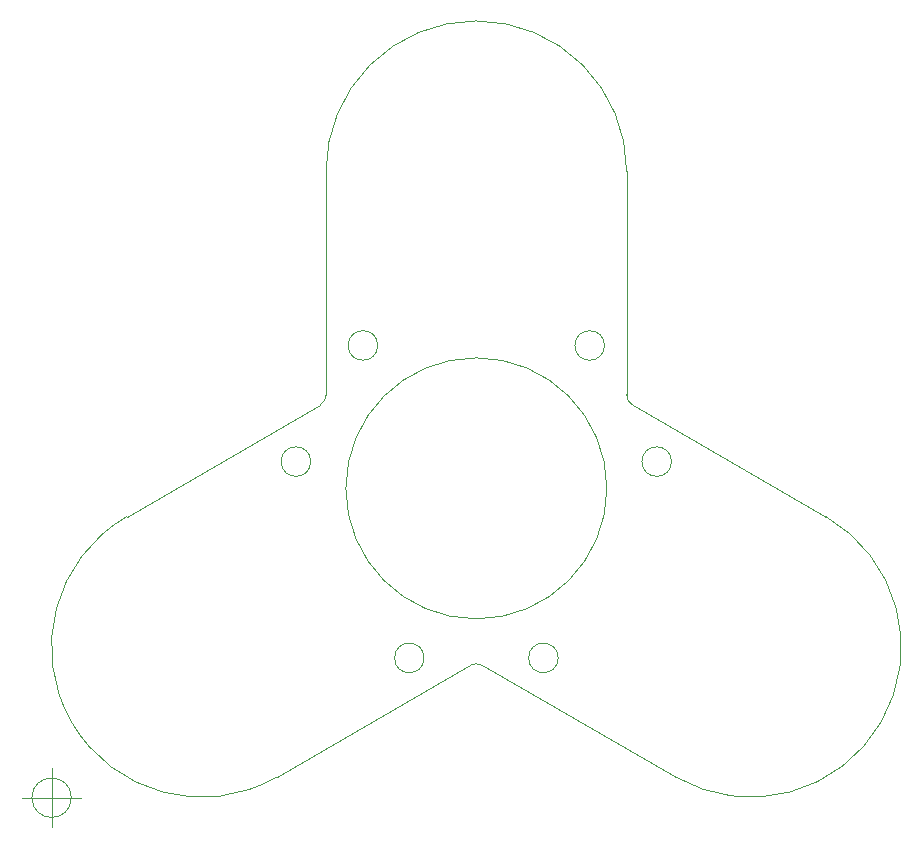
<source format=gbr>
G04 #@! TF.FileFunction,Profile,NP*
%FSLAX46Y46*%
G04 Gerber Fmt 4.6, Leading zero omitted, Abs format (unit mm)*
G04 Created by KiCad (PCBNEW 4.0.4-stable) date 06/27/17 23:53:09*
%MOMM*%
%LPD*%
G01*
G04 APERTURE LIST*
%ADD10C,0.100000*%
G04 APERTURE END LIST*
D10*
X101693054Y-99987723D02*
G75*
G03X101693054Y-99987723I-1666666J0D01*
G01*
X97526388Y-99987723D02*
X102526388Y-99987723D01*
X100026388Y-97487723D02*
X100026388Y-102487723D01*
X135484720Y-88777418D02*
G75*
G02X136484720Y-88777418I500000J-866025D01*
G01*
X119094438Y-98240352D02*
X135484720Y-88777415D01*
X136484720Y-88777415D02*
X152875009Y-98240352D01*
X123259722Y-65871043D02*
G75*
G02X122759722Y-66737068I-1000000J0D01*
G01*
X123259722Y-46945178D02*
X123259722Y-65871043D01*
X122759722Y-66737071D02*
X106369440Y-76200000D01*
X149209726Y-66737068D02*
G75*
G02X148709726Y-65871043I500000J866025D01*
G01*
X148709718Y-65871043D02*
X148709718Y-46945178D01*
X165599997Y-76200003D02*
G75*
G02X152874996Y-98240349I-6362500J-11020173D01*
G01*
X119094435Y-98240349D02*
G75*
G02X106369434Y-76200003I-6362500J11020173D01*
G01*
X123259720Y-46945179D02*
G75*
G02X148709720Y-46945178I12725000J1D01*
G01*
X147034720Y-73795177D02*
G75*
G03X147034720Y-73795177I-11050000J0D01*
G01*
X146832948Y-61700358D02*
G75*
G03X146832948Y-61700358I-1250000J0D01*
G01*
X127636492Y-61700358D02*
G75*
G03X127636492Y-61700358I-1250000J0D01*
G01*
X131559412Y-88154895D02*
G75*
G03X131559412Y-88154895I-1250000J0D01*
G01*
X121961183Y-71530276D02*
G75*
G03X121961183Y-71530276I-1250000J0D01*
G01*
X152508249Y-71530276D02*
G75*
G03X152508249Y-71530276I-1250000J0D01*
G01*
X142910028Y-88154895D02*
G75*
G03X142910028Y-88154895I-1250000J0D01*
G01*
X165600000Y-76200000D02*
X149209718Y-66737071D01*
M02*

</source>
